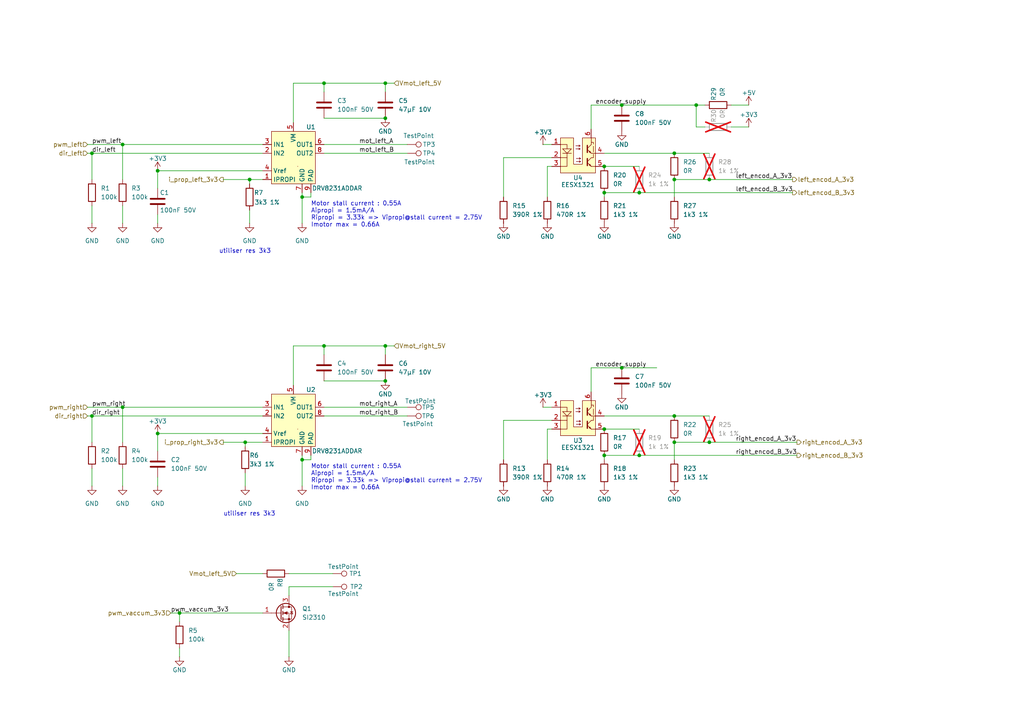
<source format=kicad_sch>
(kicad_sch (version 20231120) (generator "eeschema") (generator_version "8.0")
  (paper "A4")
  (lib_symbols
    (symbol "cocotter_capacitors:C_100nF_50V_0603" (pin_numbers hide) (pin_names (offset 0.254))
      (property "Reference" "C" (at 0.635 2.54 0))
      (property "Value" "100nF 50V" (at 0.635 -2.54 0))
      (symbol "C_100nF_50V_0603_0_1"
        (polyline (pts (xy -2.032 -0.762) (xy 2.032 -0.762)) (stroke (width 0.508)))
        (polyline (pts (xy -2.032 0.762) (xy 2.032 0.762)) (stroke (width 0.508)))
      )
      (symbol "C_100nF_50V_0603_1_1"
        (pin passive line (at 0 3.81 270) (length 2.794) (name "~") (number "1"))
        (pin passive line (at 0 -3.81 90) (length 2.794) (name "~") (number "2"))
      )
    )
    (symbol "cocotter_capacitors:C_47µF_10V_1206_X5R" (pin_numbers hide) (pin_names (offset 0.254))
      (property "Reference" "C" (at 0.635 2.54 0))
      (property "Value" "47µF 10V" (at 0.635 -2.54 0))
      (symbol "C_47µF_10V_1206_X5R_0_1"
        (polyline (pts (xy -2.032 -0.762) (xy 2.032 -0.762)) (stroke (width 0.508)))
        (polyline (pts (xy -2.032 0.762) (xy 2.032 0.762)) (stroke (width 0.508)))
      )
      (symbol "C_47µF_10V_1206_X5R_1_1"
        (pin passive line (at 0 3.81 270) (length 2.794) (name "~") (number "1"))
        (pin passive line (at 0 -3.81 90) (length 2.794) (name "~") (number "2"))
      )
    )
    (symbol "cocotter_ic:DRV8231ADDAR"
      (property "Reference" "U" (at 5.08 10.16 0))
      (property "Value" "DRV8231ADDAR" (at 12.7 -7.62 0))
      (symbol "DRV8231ADDAR_0_1"
        (rectangle (start 1.27 -1.27) (end 1.27 -1.27))
        (rectangle (start 1.27 -1.27) (end 1.27 -1.27))
      )
      (symbol "DRV8231ADDAR_1_1"
        (rectangle (start -6.35 8.89) (end 6.35 -6.35) (fill (type background)))
        (pin output line (at -8.89 -5.08 0) (length 2.54) (name "IPROPI") (number "1"))
        (pin input line (at -8.89 2.54 0) (length 2.54) (name "IN2") (number "2"))
        (pin input line (at -8.89 5.08 0) (length 2.54) (name "IN1") (number "3"))
        (pin input line (at -8.89 -2.54 0) (length 2.54) (name "Vref") (number "4"))
        (pin passive line (at 0 11.43 270) (length 2.54) (name "VM") (number "5"))
        (pin output line (at 8.89 5.08 180) (length 2.54) (name "OUT1") (number "6"))
        (pin passive line (at 2.54 -8.89 90) (length 2.54) (name "GND") (number "7"))
        (pin output line (at 8.89 2.54 180) (length 2.54) (name "OUT2") (number "8"))
        (pin passive line (at 5.08 -8.89 90) (length 2.54) (name "PAD") (number "9"))
      )
    )
    (symbol "cocotter_ic:EESX1321" (pin_names hide)
      (property "Reference" "U" (at -4.318 6.604 0))
      (symbol "EESX1321_0_1"
        (polyline (pts (xy 2.7096 -1.4131) (xy 3.8526 -2.5561)))
        (polyline (pts (xy 2.7096 -1.1591) (xy 3.8526 -0.0161)))
        (polyline (pts (xy 2.7096 2.3969) (xy 3.8526 1.2539)))
        (polyline (pts (xy 2.7096 2.6509) (xy 3.8526 3.7939)))
        (polyline (pts (xy 2.7096 -0.2701) (xy 2.7096 -2.3021) (xy 2.7096 -2.3021)) (stroke (width 0.3556)))
        (polyline (pts (xy 2.7096 3.5399) (xy 2.7096 1.5079) (xy 2.7096 1.5079)) (stroke (width 0.3556)))
        (polyline (pts (xy 3.8526 -2.5561) (xy 3.8526 -2.5561) (xy 5.1226 -2.5561)))
        (polyline (pts (xy 3.8526 1.2539) (xy 3.8526 1.2539) (xy 5.1226 1.2539)))
        (polyline (pts (xy 3.8526 3.7939) (xy 3.8542 5.6953) (xy 3.8526 5.0639)))
        (polyline (pts (xy 3.7256 -2.4291) (xy 3.4716 -1.9211) (xy 3.2176 -2.1751) (xy 3.7256 -2.4291)))
        (polyline (pts (xy 3.7256 1.3809) (xy 3.4716 1.8889) (xy 3.2176 1.6349) (xy 3.7256 1.3809)))
      )
      (symbol "EESX1321_1_1"
        (polyline (pts (xy -4.445 1.27) (xy -1.905 1.27)))
        (polyline (pts (xy 0.635 2.54) (xy 0.254 2.286)))
        (polyline (pts (xy 0.635 3.429) (xy 0.254 3.175)))
        (polyline (pts (xy 0.762 -1.143) (xy 0.381 -1.397)))
        (polyline (pts (xy 0.762 -0.254) (xy 0.381 -0.508)))
        (polyline (pts (xy -3.175 0) (xy -3.175 -2.54) (xy -5.08 -2.54)))
        (polyline (pts (xy -3.175 1.27) (xy -3.1736 0.0001) (xy -5.08 0)))
        (polyline (pts (xy -3.175 2.54) (xy -3.175 3.81) (xy -5.08 3.81)))
        (polyline (pts (xy -4.445 2.54) (xy -3.175 1.27) (xy -1.905 2.54) (xy -4.445 2.54)))
        (polyline (pts (xy -0.635 2.54) (xy 0.635 2.54) (xy 0.254 2.794) (xy 0.635 2.54)))
        (polyline (pts (xy -0.635 3.429) (xy 0.635 3.429) (xy 0.254 3.683) (xy 0.635 3.429)))
        (polyline (pts (xy -0.508 -1.143) (xy 0.762 -1.143) (xy 0.381 -0.889) (xy 0.762 -1.143)))
        (polyline (pts (xy -0.508 -0.254) (xy 0.762 -0.254) (xy 0.381 0) (xy 0.762 -0.254)))
        (polyline (pts (xy 3.8526 -0.0161) (xy 4.4876 -0.0161) (xy 4.4876 4.4289) (xy 3.8526 4.4289)) (stroke (width 0) (type dash)))
        (polyline (pts (xy -5.08 5.715) (xy -1.27 5.715) (xy -1.27 -1.905) (xy 1.27 -1.905) (xy 1.27 5.715) (xy 5.08 5.715) (xy 5.08 -4.445) (xy -5.08 -4.445) (xy -5.08 5.715) (xy -5.08 5.715)) (fill (type background)))
        (pin input line (at -7.62 3.81 0) (length 2.54) (name "A") (number "1"))
        (pin free line (at -7.62 0 0) (length 2.54) (name "C1") (number "2"))
        (pin free line (at -7.62 -2.54 0) (length 2.54) (name "C2") (number "3"))
        (pin open_emitter line (at 7.62 1.27 180) (length 2.54) (name "E1") (number "4"))
        (pin open_emitter line (at 7.62 -2.54 180) (length 2.54) (name "E2") (number "5"))
        (pin power_in line (at 3.81 8.255 270) (length 2.54) (name "C") (number "6"))
      )
    )
    (symbol "cocotter_others:TestPoint" (pin_numbers hide) (pin_names (offset 0.762) hide) (in_bom no)
      (property "Reference" "TP" (at 0 6.858 0))
      (property "Value" "TestPoint" (at 0 5.08 0))
      (symbol "TestPoint_0_1"
        (circle (center 0 3.302) (radius 0.762))
      )
      (symbol "TestPoint_1_1"
        (pin passive line (at 0 0 90) (length 2.54) (name "1") (number "1"))
      )
    )
    (symbol "cocotter_resistors:R_0R_0603" (pin_numbers hide) (pin_names (offset 0))
      (property "Reference" "R" (at 1.27 1.27 0))
      (property "Value" "0R" (at 3.81 -1.27 0))
      (symbol "R_0R_0603_0_1"
        (rectangle (start -1.016 -2.54) (end 1.016 2.54) (stroke (width 0.254)))
      )
      (symbol "R_0R_0603_1_1"
        (pin passive line (at 0 3.81 270) (length 1.27) (name "~") (number "1"))
        (pin passive line (at 0 -3.81 90) (length 1.27) (name "~") (number "2"))
      )
    )
    (symbol "cocotter_resistors:R_100k_0603_1%" (pin_numbers hide) (pin_names (offset 0))
      (property "Reference" "R" (at 1.27 1.27 0))
      (property "Value" "100k" (at 3.81 -1.27 0))
      (symbol "R_100k_0603_1%_0_1"
        (rectangle (start -1.016 -2.54) (end 1.016 2.54) (stroke (width 0.254)))
      )
      (symbol "R_100k_0603_1%_1_1"
        (pin passive line (at 0 3.81 270) (length 1.27) (name "~") (number "1"))
        (pin passive line (at 0 -3.81 90) (length 1.27) (name "~") (number "2"))
      )
    )
    (symbol "cocotter_resistors:R_1k3_0603_1%" (pin_numbers hide) (pin_names (offset 0))
      (property "Reference" "R" (at 1.27 1.27 0))
      (property "Value" "1k3 1%" (at 5.08 -1.27 0))
      (symbol "R_1k3_0603_1%_0_1"
        (rectangle (start -1.016 -2.54) (end 1.016 2.54) (stroke (width 0.254)))
      )
      (symbol "R_1k3_0603_1%_1_1"
        (pin passive line (at 0 3.81 270) (length 1.27) (name "~") (number "1"))
        (pin passive line (at 0 -3.81 90) (length 1.27) (name "~") (number "2"))
      )
    )
    (symbol "cocotter_resistors:R_1k_0603_1%" (pin_numbers hide) (pin_names (offset 0))
      (property "Reference" "R" (at 1.27 1.27 0))
      (property "Value" "1k 1%" (at 3.81 -1.27 0))
      (symbol "R_1k_0603_1%_0_1"
        (rectangle (start -1.016 -2.54) (end 1.016 2.54) (stroke (width 0.254)))
      )
      (symbol "R_1k_0603_1%_1_1"
        (pin passive line (at 0 3.81 270) (length 1.27) (name "~") (number "1"))
        (pin passive line (at 0 -3.81 90) (length 1.27) (name "~") (number "2"))
      )
    )
    (symbol "cocotter_resistors:R_390R_0603_1%" (pin_numbers hide) (pin_names (offset 0))
      (property "Reference" "R" (at 1.27 1.27 0))
      (property "Value" "390R 1%" (at 5.08 -1.27 0))
      (symbol "R_390R_0603_1%_0_1"
        (rectangle (start -1.016 -2.54) (end 1.016 2.54) (stroke (width 0.254)))
      )
      (symbol "R_390R_0603_1%_1_1"
        (pin passive line (at 0 3.81 270) (length 1.27) (name "~") (number "1"))
        (pin passive line (at 0 -3.81 90) (length 1.27) (name "~") (number "2"))
      )
    )
    (symbol "cocotter_resistors:R_3k3_0603_1%" (pin_numbers hide) (pin_names (offset 0))
      (property "Reference" "R" (at 1.27 1.27 0))
      (property "Value" "3k3 1%" (at 3.81 -1.27 0))
      (symbol "R_3k3_0603_1%_0_1"
        (rectangle (start -1.016 -2.54) (end 1.016 2.54) (stroke (width 0.254)))
      )
      (symbol "R_3k3_0603_1%_1_1"
        (pin passive line (at 0 3.81 270) (length 1.27) (name "~") (number "1"))
        (pin passive line (at 0 -3.81 90) (length 1.27) (name "~") (number "2"))
      )
    )
    (symbol "cocotter_resistors:R_470R_0603_1%" (pin_numbers hide) (pin_names (offset 0))
      (property "Reference" "R" (at 1.27 1.27 0))
      (property "Value" "470R 1%" (at 5.08 -1.27 0))
      (symbol "R_470R_0603_1%_0_1"
        (rectangle (start -1.016 -2.54) (end 1.016 2.54) (stroke (width 0.254)))
      )
      (symbol "R_470R_0603_1%_1_1"
        (pin passive line (at 0 3.81 270) (length 1.27) (name "~") (number "1"))
        (pin passive line (at 0 -3.81 90) (length 1.27) (name "~") (number "2"))
      )
    )
    (symbol "cocotter_transistors:SI2310" (pin_names (offset 0) hide)
      (property "Reference" "Q" (at 3.556 2.286 0))
      (property "Value" "SI2310" (at 4.572 -4.064 0))
      (symbol "SI2310_0_1"
        (circle (center -0.889 0) (radius 2.794) (stroke (width 0.254)))
        (circle (center 0 -1.778) (radius 0.254) (fill (type outline)))
        (polyline (pts (xy -2.286 0) (xy -5.08 0)))
        (polyline (pts (xy -2.286 1.905) (xy -2.286 -1.905)) (stroke (width 0.254)))
        (polyline (pts (xy -1.778 -1.27) (xy -1.778 -2.286)) (stroke (width 0.254)))
        (polyline (pts (xy -1.778 0.508) (xy -1.778 -0.508)) (stroke (width 0.254)))
        (polyline (pts (xy -1.778 2.286) (xy -1.778 1.27)) (stroke (width 0.254)))
        (polyline (pts (xy 0 2.54) (xy 0 1.778)))
        (polyline (pts (xy 0.381 0.381) (xy 1.143 0.381)))
        (polyline (pts (xy 0 -2.54) (xy 0 0) (xy -1.778 0)))
        (polyline (pts (xy -1.778 -1.778) (xy 0.762 -1.778) (xy 0.762 1.778) (xy -1.778 1.778)))
        (polyline (pts (xy -1.524 0) (xy -0.508 0.381) (xy -0.508 -0.381) (xy -1.524 0)) (fill (type outline)))
        (polyline (pts (xy 0.762 0.381) (xy 0.381 -0.254) (xy 1.143 -0.254) (xy 0.762 0.381)))
        (circle (center 0 1.778) (radius 0.254) (fill (type outline)))
      )
      (symbol "SI2310_1_1"
        (pin input line (at -7.62 0 0) (length 2.54) (name "G") (number "1"))
        (pin passive line (at 0 -5.08 90) (length 2.54) (name "S") (number "2"))
        (pin passive line (at 0 5.08 270) (length 2.54) (name "D") (number "3"))
      )
    )
    (symbol "power:+3V3" (power) (pin_numbers hide) (pin_names (offset 0) hide)
      (property "Value" "+3V3" (at 0 3.556 0))
      (symbol "+3V3_0_1"
        (polyline (pts (xy -0.762 1.27) (xy 0 2.54)))
        (polyline (pts (xy 0 0) (xy 0 2.54)))
        (polyline (pts (xy 0 2.54) (xy 0.762 1.27)))
      )
      (symbol "+3V3_1_1"
        (pin power_in line (at 0 0 90) (length 0) (name "~") (number "1"))
      )
    )
    (symbol "power:+5V" (power) (pin_numbers hide) (pin_names (offset 0) hide)
      (property "Value" "+5V" (at 0 3.556 0))
      (symbol "+5V_0_1"
        (polyline (pts (xy -0.762 1.27) (xy 0 2.54)))
        (polyline (pts (xy 0 0) (xy 0 2.54)))
        (polyline (pts (xy 0 2.54) (xy 0.762 1.27)))
      )
      (symbol "+5V_1_1"
        (pin power_in line (at 0 0 90) (length 0) (name "~") (number "1"))
      )
    )
    (symbol "power:GND" (power) (pin_numbers hide) (pin_names (offset 0) hide)
      (property "Value" "GND" (at 0 -3.81 0))
      (symbol "GND_0_1"
        (polyline (pts (xy 0 0) (xy 0 -1.27) (xy 1.27 -1.27) (xy 0 -2.54) (xy -1.27 -1.27) (xy 0 -1.27)))
      )
      (symbol "GND_1_1"
        (pin power_in line (at 0 0 270) (length 0) (name "~") (number "1"))
      )
    )
  )
  (junction (at 175.26 55.88))
  (junction (at 87.63 133.35))
  (junction (at 175.26 132.08))
  (junction (at 87.63 57.15))
  (junction (at 35.56 118.11))
  (junction (at 45.72 49.53))
  (junction (at 71.12 128.27))
  (junction (at 180.34 30.48))
  (junction (at 26.67 44.45))
  (junction (at 185.42 132.08))
  (junction (at 195.58 120.65))
  (junction (at 195.58 128.27))
  (junction (at 35.56 41.91))
  (junction (at 205.74 52.07))
  (junction (at 201.93 30.48))
  (junction (at 111.76 100.33))
  (junction (at 180.34 106.68))
  (junction (at 185.42 55.88))
  (junction (at 93.98 100.33))
  (junction (at 111.76 110.49))
  (junction (at 52.07 177.8))
  (junction (at 195.58 52.07))
  (junction (at 45.72 125.73))
  (junction (at 205.74 128.27))
  (junction (at 26.67 120.65))
  (junction (at 72.39 52.07))
  (junction (at 93.98 24.13))
  (junction (at 195.58 44.45))
  (junction (at 111.76 24.13))
  (junction (at 111.76 34.29))
  (junction (at 175.26 48.26))
  (junction (at 175.26 124.46))
  (wire (pts (xy 72.39 52.07) (xy 76.2 52.07)))
  (wire (pts (xy 25.4 44.45) (xy 26.67 44.45)))
  (wire (pts (xy 160.02 48.26) (xy 158.75 48.26)))
  (wire (pts (xy 87.63 133.35) (xy 87.63 132.08)))
  (wire (pts (xy 93.98 34.29) (xy 111.76 34.29)))
  (wire (pts (xy 83.82 166.37) (xy 96.52 166.37)))
  (wire (pts (xy 93.98 120.65) (xy 118.11 120.65)))
  (wire (pts (xy 71.12 137.16) (xy 71.12 140.97)))
  (wire (pts (xy 93.98 110.49) (xy 111.76 110.49)))
  (wire (pts (xy 26.67 44.45) (xy 26.67 52.07)))
  (wire (pts (xy 25.4 118.11) (xy 35.56 118.11)))
  (wire (pts (xy 205.74 128.27) (xy 231.14 128.27)))
  (wire (pts (xy 71.12 128.27) (xy 76.2 128.27)))
  (wire (pts (xy 35.56 59.69) (xy 35.56 64.77)))
  (wire (pts (xy 87.63 57.15) (xy 87.63 55.88)))
  (wire (pts (xy 83.82 182.88) (xy 83.82 190.5)))
  (wire (pts (xy 93.98 100.33) (xy 93.98 102.87)))
  (wire (pts (xy 175.26 124.46) (xy 185.42 124.46)))
  (wire (pts (xy 175.26 44.45) (xy 195.58 44.45)))
  (wire (pts (xy 93.98 100.33) (xy 111.76 100.33)))
  (wire (pts (xy 195.58 120.65) (xy 205.74 120.65)))
  (wire (pts (xy 175.26 132.08) (xy 185.42 132.08)))
  (wire (pts (xy 185.42 55.88) (xy 229.87 55.88)))
  (wire (pts (xy 158.75 48.26) (xy 158.75 57.15)))
  (wire (pts (xy 204.47 36.83) (xy 201.93 36.83)))
  (wire (pts (xy 49.53 177.8) (xy 52.07 177.8)))
  (wire (pts (xy 87.63 133.35) (xy 90.17 133.35)))
  (wire (pts (xy 111.76 24.13) (xy 111.76 26.67)))
  (wire (pts (xy 45.72 125.73) (xy 76.2 125.73)))
  (wire (pts (xy 87.63 64.77) (xy 87.63 57.15)))
  (wire (pts (xy 171.45 106.68) (xy 180.34 106.68)))
  (wire (pts (xy 52.07 180.34) (xy 52.07 177.8)))
  (wire (pts (xy 52.07 187.96) (xy 52.07 190.5)))
  (wire (pts (xy 201.93 30.48) (xy 204.47 30.48)))
  (wire (pts (xy 175.26 57.15) (xy 175.26 55.88)))
  (wire (pts (xy 68.58 166.37) (xy 76.2 166.37)))
  (wire (pts (xy 201.93 36.83) (xy 201.93 30.48)))
  (wire (pts (xy 171.45 30.48) (xy 180.34 30.48)))
  (wire (pts (xy 146.05 121.92) (xy 146.05 133.35)))
  (wire (pts (xy 71.12 128.27) (xy 71.12 129.54)))
  (wire (pts (xy 111.76 24.13) (xy 93.98 24.13)))
  (wire (pts (xy 157.48 41.91) (xy 160.02 41.91)))
  (wire (pts (xy 175.26 55.88) (xy 185.42 55.88)))
  (wire (pts (xy 93.98 41.91) (xy 118.11 41.91)))
  (wire (pts (xy 64.77 128.27) (xy 71.12 128.27)))
  (wire (pts (xy 93.98 24.13) (xy 93.98 26.67)))
  (wire (pts (xy 87.63 57.15) (xy 90.17 57.15)))
  (wire (pts (xy 26.67 59.69) (xy 26.67 64.77)))
  (wire (pts (xy 217.17 30.48) (xy 212.09 30.48)))
  (wire (pts (xy 90.17 55.88) (xy 90.17 57.15)))
  (wire (pts (xy 111.76 24.13) (xy 114.3 24.13)))
  (wire (pts (xy 93.98 44.45) (xy 118.11 44.45)))
  (wire (pts (xy 72.39 52.07) (xy 72.39 53.34)))
  (wire (pts (xy 85.09 111.76) (xy 85.09 100.33)))
  (wire (pts (xy 35.56 118.11) (xy 76.2 118.11)))
  (wire (pts (xy 90.17 132.08) (xy 90.17 133.35)))
  (wire (pts (xy 35.56 118.11) (xy 35.56 128.27)))
  (wire (pts (xy 85.09 35.56) (xy 85.09 24.13)))
  (wire (pts (xy 52.07 177.8) (xy 76.2 177.8)))
  (wire (pts (xy 146.05 45.72) (xy 146.05 57.15)))
  (wire (pts (xy 35.56 41.91) (xy 76.2 41.91)))
  (wire (pts (xy 160.02 124.46) (xy 158.75 124.46)))
  (wire (pts (xy 157.48 118.11) (xy 160.02 118.11)))
  (wire (pts (xy 158.75 124.46) (xy 158.75 133.35)))
  (wire (pts (xy 45.72 49.53) (xy 45.72 54.61)))
  (wire (pts (xy 85.09 100.33) (xy 93.98 100.33)))
  (wire (pts (xy 45.72 140.97) (xy 45.72 138.43)))
  (wire (pts (xy 217.17 36.83) (xy 212.09 36.83)))
  (wire (pts (xy 180.34 30.48) (xy 201.93 30.48)))
  (wire (pts (xy 146.05 45.72) (xy 160.02 45.72)))
  (wire (pts (xy 35.56 135.89) (xy 35.56 140.97)))
  (wire (pts (xy 26.67 44.45) (xy 76.2 44.45)))
  (wire (pts (xy 111.76 100.33) (xy 111.76 102.87)))
  (wire (pts (xy 85.09 24.13) (xy 93.98 24.13)))
  (wire (pts (xy 146.05 121.92) (xy 160.02 121.92)))
  (wire (pts (xy 195.58 128.27) (xy 205.74 128.27)))
  (wire (pts (xy 171.45 30.48) (xy 171.45 37.465)))
  (wire (pts (xy 26.67 120.65) (xy 26.67 128.27)))
  (wire (pts (xy 180.34 106.68) (xy 190.5 106.68)))
  (wire (pts (xy 111.76 100.33) (xy 114.3 100.33)))
  (wire (pts (xy 35.56 41.91) (xy 35.56 52.07)))
  (wire (pts (xy 45.72 49.53) (xy 76.2 49.53)))
  (wire (pts (xy 83.82 172.72) (xy 83.82 170.18)))
  (wire (pts (xy 185.42 132.08) (xy 231.14 132.08)))
  (wire (pts (xy 175.26 120.65) (xy 195.58 120.65)))
  (wire (pts (xy 171.45 106.68) (xy 171.45 113.665)))
  (wire (pts (xy 205.74 52.07) (xy 229.87 52.07)))
  (wire (pts (xy 26.67 135.89) (xy 26.67 140.97)))
  (wire (pts (xy 175.26 133.35) (xy 175.26 132.08)))
  (wire (pts (xy 25.4 120.65) (xy 26.67 120.65)))
  (wire (pts (xy 195.58 52.07) (xy 205.74 52.07)))
  (wire (pts (xy 64.77 52.07) (xy 72.39 52.07)))
  (wire (pts (xy 195.58 44.45) (xy 205.74 44.45)))
  (wire (pts (xy 195.58 52.07) (xy 195.58 57.15)))
  (wire (pts (xy 25.4 41.91) (xy 35.56 41.91)))
  (wire (pts (xy 45.72 64.77) (xy 45.72 62.23)))
  (wire (pts (xy 87.63 140.97) (xy 87.63 133.35)))
  (wire (pts (xy 195.58 128.27) (xy 195.58 133.35)))
  (wire (pts (xy 72.39 60.96) (xy 72.39 64.77)))
  (wire (pts (xy 175.26 48.26) (xy 185.42 48.26)))
  (wire (pts (xy 26.67 120.65) (xy 76.2 120.65)))
  (wire (pts (xy 93.98 118.11) (xy 118.11 118.11)))
  (wire (pts (xy 83.82 170.18) (xy 96.52 170.18)))
  (wire (pts (xy 45.72 125.73) (xy 45.72 130.81)))
  (text "utiliser res 3k3" (at 63.5 73.66 0) (effects (font (size 1.27 1.27)) (justify left bottom)))
  (text "utiliser res 3k3" (at 64.77 149.86 0) (effects (font (size 1.27 1.27)) (justify left bottom)))
  (text "Motor stall current : 0.55A\nAipropi = 1.5mA/A\nRipropi = 3.33k => Vipropi@stall current = 2.75V\nImotor max = 0.66A" (at 90.17 66.04 0) (effects (font (size 1.27 1.27)) (justify left bottom)))
  (text "pilotage du moteur par pwm et mos ref jlcpcb C2938374\nremplacement translateurs niveau par eesx1321" (at 41.91 215.9 0) (effects (font (size 1.27 1.27)) (justify left bottom)))
  (text "Motor stall current : 0.55A\nAipropi = 1.5mA/A\nRipropi = 3.33k => Vipropi@stall current = 2.75V\nImotor max = 0.66A" (at 90.17 142.24 0) (effects (font (size 1.27 1.27)) (justify left bottom)))
  (label "pwm_right" (at 26.67 118.11 0))
  (label "mot_left_A" (at 104.14 41.91 0))
  (label "dir_left" (at 26.67 44.45 0))
  (label "right_encod_A_3v3" (at 213.36 128.27 0))
  (label "right_encod_B_3v3" (at 213.36 132.08 0))
  (label "left_encod_A_3v3" (at 213.36 52.07 0))
  (label "left_encod_B_3v3" (at 213.36 55.88 0))
  (label "dir_right" (at 26.67 120.65 0))
  (label "encoder_supply" (at 172.72 30.48 0))
  (label "mot_right_B" (at 104.14 120.65 0))
  (label "pwm_left" (at 26.67 41.91 0))
  (label "encoder_supply" (at 172.72 106.68 0))
  (label "mot_right_A" (at 104.14 118.11 0))
  (label "mot_left_B" (at 104.14 44.45 0))
  (label "pwm_vaccum_3v3" (at 49.53 177.8 0))
  (hierarchical_label "right_encod_B_3v3" (shape output) (at 231.14 132.08 0))
  (hierarchical_label "right_encod_A_3v3" (shape output) (at 231.14 128.27 0))
  (hierarchical_label "left_encod_A_3v3" (shape output) (at 229.87 52.07 0))
  (hierarchical_label "Vmot_right_5V" (shape input) (at 114.3 100.33 0))
  (hierarchical_label "Vmot_left_5V" (shape input) (at 68.58 166.37 180))
  (hierarchical_label "left_encod_B_3v3" (shape output) (at 229.87 55.88 0))
  (hierarchical_label "pwm_left" (shape input) (at 25.4 41.91 180))
  (hierarchical_label "i_prop_right_3v3" (shape output) (at 64.77 128.27 180))
  (hierarchical_label "i_prop_left_3v3" (shape output) (at 64.77 52.07 180))
  (hierarchical_label "Vmot_left_5V" (shape input) (at 114.3 24.13 0))
  (hierarchical_label "dir_right" (shape input) (at 25.4 120.65 180))
  (hierarchical_label "pwm_right" (shape input) (at 25.4 118.11 180))
  (hierarchical_label "dir_left" (shape input) (at 25.4 44.45 180))
  (hierarchical_label "pwm_vaccum_3v3" (shape input) (at 49.53 177.8 180))
  (symbol (lib_id "cocotter_resistors:R_470R_0603_1%") (at 158.75 137.16 0) (unit 1)
    (property "Reference" "R14" (at 161.29 135.8899 0) (effects (justify left)))
    (property "Value" "470R 1%" (at 161.29 138.4299 0) (effects (justify left)))
    (property "Footprint" "cocotter_resistor:r0603_reflow" (effects (hide yes)))
    (property "Description" "Resistor" (effects (hide yes)))
    (property "Specification" "470R 0603 1% 100mW" (effects (hide yes)))
    (property "JLCPCB" "C23179" (effects (hide yes)))
  )
  (symbol (lib_id "power:+3V3") (at 45.72 125.73 0) (unit 1)
    (property "Reference" "#PWR026" (effects (hide yes)))
    (property "Value" "+3V3" (at 45.72 122.174 0))
    (property "Description" "Power symbol creates a global label with name \"+3V3\"" (effects (hide yes)))
  )
  (symbol (lib_id "power:GND") (at 72.39 64.77 0) (unit 1)
    (property "Reference" "#PWR0123" (effects (hide yes)))
    (property "Value" "GND" (at 72.39 69.85 0))
    (property "Description" "Power symbol creates a global label with name \"GND\" , ground" (effects (hide yes)))
  )
  (symbol (lib_id "cocotter_capacitors:C_100nF_50V_0603") (at 45.72 58.42 0) (unit 1)
    (property "Reference" "C1" (at 46.355 55.88 0) (effects (justify left)))
    (property "Value" "100nF 50V" (at 46.355 60.96 0) (effects (justify left)))
    (property "Footprint" "cocotter_capacitors:C_0603_1608Metric" (effects (hide yes)))
    (property "Description" "Unpolarized capacitor tol +/-10%" (effects (hide yes)))
    (property "Specification" "100nF 50V X7R 0603 " (effects (hide yes)))
    (property "JLCPCB" "C14663" (effects (hide yes)))
  )
  (symbol (lib_id "cocotter_resistors:R_1k_0603_1%") (at 205.74 124.46 0) (unit 1) (dnp yes)
    (property "Reference" "R25" (at 208.28 123.1899 0) (effects (justify left)))
    (property "Value" "1k 1%" (at 208.28 125.7299 0) (effects (justify left)))
    (property "Footprint" "cocotter_resistor:r0603_reflow" (effects (hide yes)))
    (property "Description" "Resistor" (effects (hide yes)))
    (property "Specification" "10k 0603 1% 100mW" (effects (hide yes)))
    (property "mouser" "603-RC0603FR-10100KL" (effects (hide yes)))
    (property "JLCPCB" "C21190" (effects (hide yes)))
  )
  (symbol (lib_id "cocotter_others:TestPoint") (at 118.11 118.11 270) (unit 1) (in_bom no)
    (property "Reference" "TP5" (at 124.206 118.11 90))
    (property "Value" "TestPoint" (at 121.92 116.332 90))
    (property "Footprint" "cocotter_others:testpoint-THT-0.5mm" (effects (hide yes)))
    (property "Description" "test point" (effects (hide yes)))
  )
  (symbol (lib_id "power:GND") (at 87.63 140.97 0) (unit 1)
    (property "Reference" "#PWR0126" (effects (hide yes)))
    (property "Value" "GND" (at 87.63 146.05 0))
    (property "Description" "Power symbol creates a global label with name \"GND\" , ground" (effects (hide yes)))
  )
  (symbol (lib_id "cocotter_resistors:R_0R_0603") (at 175.26 128.27 0) (unit 1)
    (property "Reference" "R17" (at 177.8 126.9999 0) (effects (justify left)))
    (property "Value" "0R" (at 177.8 129.5399 0) (effects (justify left)))
    (property "Footprint" "cocotter_resistor:r0603_reflow" (effects (hide yes)))
    (property "Description" "Resistor" (effects (hide yes)))
    (property "Specification" "0R 0603 20mOhms max 100mW" (effects (hide yes)))
    (property "JLCPCB" "C431718" (effects (hide yes)))
  )
  (symbol (lib_id "power:+3V3") (at 45.72 49.53 0) (unit 1)
    (property "Reference" "#PWR027" (effects (hide yes)))
    (property "Value" "+3V3" (at 45.72 45.974 0))
    (property "Description" "Power symbol creates a global label with name \"+3V3\"" (effects (hide yes)))
  )
  (symbol (lib_id "cocotter_resistors:R_1k_0603_1%") (at 185.42 128.27 0) (unit 1) (dnp yes)
    (property "Reference" "R19" (at 187.96 126.9999 0) (effects (justify left)))
    (property "Value" "1k 1%" (at 187.96 129.5399 0) (effects (justify left)))
    (property "Footprint" "cocotter_resistor:r0603_reflow" (effects (hide yes)))
    (property "Description" "Resistor" (effects (hide yes)))
    (property "Specification" "10k 0603 1% 100mW" (effects (hide yes)))
    (property "mouser" "603-RC0603FR-10100KL" (effects (hide yes)))
    (property "JLCPCB" "C21190" (effects (hide yes)))
  )
  (symbol (lib_id "power:GND") (at 195.58 140.97 0) (unit 1)
    (property "Reference" "#PWR0107" (effects (hide yes)))
    (property "Value" "GND" (at 195.58 144.78 0))
    (property "Description" "Power symbol creates a global label with name \"GND\" , ground" (effects (hide yes)))
  )
  (symbol (lib_id "power:+3V3") (at 157.48 41.91 0) (unit 1)
    (property "Reference" "#PWR028" (effects (hide yes)))
    (property "Value" "+3V3" (at 157.48 38.354 0))
    (property "Description" "Power symbol creates a global label with name \"+3V3\"" (effects (hide yes)))
  )
  (symbol (lib_id "cocotter_resistors:R_100k_0603_1%") (at 52.07 184.15 0) (unit 1)
    (property "Reference" "R5" (at 54.61 182.8799 0) (effects (justify left)))
    (property "Value" "100k" (at 54.61 185.4199 0) (effects (justify left)))
    (property "Footprint" "cocotter_resistor:r0603_reflow" (effects (hide yes)))
    (property "Description" "Resistor" (effects (hide yes)))
    (property "Specification" "100k 0603 1% 100mW" (effects (hide yes)))
    (property "mouser" "603-RC0603FR-10100KL" (effects (hide yes)))
    (property "JLCPCB" "C25803" (effects (hide yes)))
  )
  (symbol (lib_id "power:GND") (at 175.26 64.77 0) (unit 1)
    (property "Reference" "#PWR0110" (effects (hide yes)))
    (property "Value" "GND" (at 175.26 68.58 0))
    (property "Description" "Power symbol creates a global label with name \"GND\" , ground" (effects (hide yes)))
  )
  (symbol (lib_id "cocotter_resistors:R_0R_0603") (at 195.58 48.26 0) (unit 1)
    (property "Reference" "R26" (at 198.12 46.9899 0) (effects (justify left)))
    (property "Value" "0R" (at 198.12 49.5299 0) (effects (justify left)))
    (property "Footprint" "cocotter_resistor:r0603_reflow" (effects (hide yes)))
    (property "Description" "Resistor" (effects (hide yes)))
    (property "Specification" "0R 0603 20mOhms max 100mW" (effects (hide yes)))
    (property "JLCPCB" "C431718" (effects (hide yes)))
  )
  (symbol (lib_id "cocotter_capacitors:C_100nF_50V_0603") (at 93.98 30.48 0) (unit 1)
    (property "Reference" "C3" (at 97.79 29.2099 0) (effects (justify left)))
    (property "Value" "100nF 50V" (at 97.79 31.7499 0) (effects (justify left)))
    (property "Footprint" "cocotter_capacitors:C_0603_1608Metric" (effects (hide yes)))
    (property "Description" "Unpolarized capacitor tol +/-10%" (effects (hide yes)))
    (property "Specification" "100nF 50V X7R 0603 " (effects (hide yes)))
    (property "JLCPCB" "C14663" (effects (hide yes)))
  )
  (symbol (lib_id "power:+3V3") (at 217.17 36.83 0) (unit 1)
    (property "Reference" "#PWR030" (effects (hide yes)))
    (property "Value" "+3V3" (at 217.17 33.274 0))
    (property "Description" "Power symbol creates a global label with name \"+3V3\"" (effects (hide yes)))
  )
  (symbol (lib_id "cocotter_transistors:SI2310") (at 83.82 177.8 0) (unit 1)
    (property "Reference" "Q1" (at 87.63 176.5299 0) (effects (justify left)))
    (property "Value" "SI2310" (at 87.63 179.0699 0) (effects (justify left)))
    (property "Footprint" "cocotter_transistors:SOT-23-3" (effects (hide yes)))
    (property "JLCPCB" "C2938374" (effects (hide yes)))
  )
  (symbol (lib_id "cocotter_resistors:R_0R_0603") (at 175.26 52.07 0) (unit 1)
    (property "Reference" "R20" (at 177.8 50.7999 0) (effects (justify left)))
    (property "Value" "0R" (at 177.8 53.3399 0) (effects (justify left)))
    (property "Footprint" "cocotter_resistor:r0603_reflow" (effects (hide yes)))
    (property "Description" "Resistor" (effects (hide yes)))
    (property "Specification" "0R 0603 20mOhms max 100mW" (effects (hide yes)))
    (property "JLCPCB" "C431718" (effects (hide yes)))
  )
  (symbol (lib_id "cocotter_resistors:R_100k_0603_1%") (at 26.67 132.08 0) (unit 1)
    (property "Reference" "R2" (at 29.21 130.8099 0) (effects (justify left)))
    (property "Value" "100k" (at 29.21 133.3499 0) (effects (justify left)))
    (property "Footprint" "cocotter_resistor:r0603_reflow" (effects (hide yes)))
    (property "Description" "Resistor" (effects (hide yes)))
    (property "Specification" "100k 0603 1% 100mW" (effects (hide yes)))
    (property "mouser" "603-RC0603FR-10100KL" (effects (hide yes)))
    (property "JLCPCB" "C25803" (effects (hide yes)))
  )
  (symbol (lib_id "cocotter_resistors:R_0R_0603") (at 80.01 166.37 270) (unit 1)
    (property "Reference" "R8" (at 81.28 167.64 0) (effects (justify left)))
    (property "Value" "0R" (at 78.74 170.18 0))
    (property "Footprint" "cocotter_resistor:r0603_reflow" (effects (hide yes)))
    (property "Description" "Resistor" (effects (hide yes)))
    (property "Specification" "0R 0603 20mOhms max 100mW" (effects (hide yes)))
    (property "JLCPCB" "C431718" (effects (hide yes)))
  )
  (symbol (lib_id "cocotter_ic:DRV8231ADDAR") (at 85.09 46.99 0) (unit 1)
    (property "Reference" "U1" (at 90.17 36.83 0))
    (property "Value" "DRV8231ADDAR" (at 97.79 54.61 0))
    (property "Footprint" "cocotter_ic:DDA0008B" (effects (hide yes)))
    (property "JLCPCB" "C5218849" (effects (hide yes)))
  )
  (symbol (lib_id "cocotter_capacitors:C_100nF_50V_0603") (at 45.72 134.62 0) (unit 1)
    (property "Reference" "C2" (at 49.53 133.3499 0) (effects (justify left)))
    (property "Value" "100nF 50V" (at 49.53 135.8899 0) (effects (justify left)))
    (property "Footprint" "cocotter_capacitors:C_0603_1608Metric" (effects (hide yes)))
    (property "Description" "Unpolarized capacitor tol +/-10%" (effects (hide yes)))
    (property "Specification" "100nF 50V X7R 0603 " (effects (hide yes)))
    (property "JLCPCB" "C14663" (effects (hide yes)))
  )
  (symbol (lib_id "power:GND") (at 180.34 114.3 0) (unit 1)
    (property "Reference" "#PWR0114" (effects (hide yes)))
    (property "Value" "GND" (at 180.34 118.11 0))
    (property "Description" "Power symbol creates a global label with name \"GND\" , ground" (effects (hide yes)))
  )
  (symbol (lib_id "power:GND") (at 158.75 64.77 0) (unit 1)
    (property "Reference" "#PWR0101" (effects (hide yes)))
    (property "Value" "GND" (at 158.75 68.58 0))
    (property "Description" "Power symbol creates a global label with name \"GND\" , ground" (effects (hide yes)))
  )
  (symbol (lib_id "cocotter_resistors:R_1k_0603_1%") (at 185.42 52.07 0) (unit 1) (dnp yes)
    (property "Reference" "R24" (at 187.96 50.7999 0) (effects (justify left)))
    (property "Value" "1k 1%" (at 187.96 53.3399 0) (effects (justify left)))
    (property "Footprint" "cocotter_resistor:r0603_reflow" (effects (hide yes)))
    (property "Description" "Resistor" (effects (hide yes)))
    (property "Specification" "10k 0603 1% 100mW" (effects (hide yes)))
    (property "mouser" "603-RC0603FR-10100KL" (effects (hide yes)))
    (property "JLCPCB" "C21190" (effects (hide yes)))
  )
  (symbol (lib_id "power:GND") (at 26.67 64.77 0) (unit 1)
    (property "Reference" "#PWR0121" (effects (hide yes)))
    (property "Value" "GND" (at 26.67 69.85 0))
    (property "Description" "Power symbol creates a global label with name \"GND\" , ground" (effects (hide yes)))
  )
  (symbol (lib_id "cocotter_ic:EESX1321") (at 167.64 121.92 0) (unit 1)
    (property "Reference" "U3" (at 167.64 127.762 0))
    (property "Value" "EESX1321" (at 167.64 129.794 0))
    (property "Footprint" "cocotter_ic:EESX1321" (effects (hide yes)))
  )
  (symbol (lib_id "power:GND") (at 83.82 190.5 0) (unit 1)
    (property "Reference" "#PWR0128" (effects (hide yes)))
    (property "Value" "GND" (at 83.82 194.31 0))
    (property "Description" "Power symbol creates a global label with name \"GND\" , ground" (effects (hide yes)))
  )
  (symbol (lib_id "cocotter_resistors:R_1k3_0603_1%") (at 195.58 60.96 0) (unit 1)
    (property "Reference" "R27" (at 198.12 59.6899 0) (effects (justify left)))
    (property "Value" "1k3 1%" (at 198.12 62.2299 0) (effects (justify left)))
    (property "Footprint" "cocotter_resistor:r0603_reflow" (effects (hide yes)))
    (property "Description" "Resistor" (effects (hide yes)))
    (property "Specification" "1k3 0603 1% 100mW" (effects (hide yes)))
    (property "JLCPCB" "C22767" (effects (hide yes)))
  )
  (symbol (lib_id "cocotter_resistors:R_1k3_0603_1%") (at 195.58 137.16 0) (unit 1)
    (property "Reference" "R23" (at 198.12 135.8899 0) (effects (justify left)))
    (property "Value" "1k3 1%" (at 198.12 138.4299 0) (effects (justify left)))
    (property "Footprint" "cocotter_resistor:r0603_reflow" (effects (hide yes)))
    (property "Description" "Resistor" (effects (hide yes)))
    (property "Specification" "1k3 0603 1% 100mW" (effects (hide yes)))
    (property "JLCPCB" "C22767" (effects (hide yes)))
  )
  (symbol (lib_id "cocotter_capacitors:C_47µF_10V_1206_X5R") (at 111.76 30.48 0) (unit 1)
    (property "Reference" "C5" (at 115.57 29.21 0) (effects (justify left)))
    (property "Value" "47µF 10V" (at 115.57 31.75 0) (effects (justify left)))
    (property "Footprint" "cocotter_capacitors:C_1206_3216Metric" (effects (hide yes)))
    (property "Description" "Unpolarized capacitor" (effects (hide yes)))
    (property "Specification" "47µF 10V X5R 1206" (effects (hide yes)))
    (property "JLCPCB" "C96123" (effects (hide yes)))
  )
  (symbol (lib_id "cocotter_resistors:R_100k_0603_1%") (at 35.56 132.08 0) (unit 1)
    (property "Reference" "R4" (at 38.1 130.8099 0) (effects (justify left)))
    (property "Value" "100k" (at 38.1 133.3499 0) (effects (justify left)))
    (property "Footprint" "cocotter_resistor:r0603_reflow" (effects (hide yes)))
    (property "Description" "Resistor" (effects (hide yes)))
    (property "Specification" "100k 0603 1% 100mW" (effects (hide yes)))
    (property "mouser" "603-RC0603FR-10100KL" (effects (hide yes)))
    (property "JLCPCB" "C25803" (effects (hide yes)))
  )
  (symbol (lib_id "cocotter_others:TestPoint") (at 96.52 170.18 270) (unit 1) (in_bom no)
    (property "Reference" "TP2" (at 103.378 170.18 90))
    (property "Value" "TestPoint" (at 99.568 172.212 90))
    (property "Footprint" "cocotter_others:testpoint-THT-0.5mm" (effects (hide yes)))
    (property "Description" "test point" (effects (hide yes)))
  )
  (symbol (lib_id "cocotter_resistors:R_1k_0603_1%") (at 205.74 48.26 0) (unit 1) (dnp yes)
    (property "Reference" "R28" (at 208.28 46.9899 0) (effects (justify left)))
    (property "Value" "1k 1%" (at 208.28 49.5299 0) (effects (justify left)))
    (property "Footprint" "cocotter_resistor:r0603_reflow" (effects (hide yes)))
    (property "Description" "Resistor" (effects (hide yes)))
    (property "Specification" "10k 0603 1% 100mW" (effects (hide yes)))
    (property "mouser" "603-RC0603FR-10100KL" (effects (hide yes)))
    (property "JLCPCB" "C21190" (effects (hide yes)))
  )
  (symbol (lib_id "power:GND") (at 158.75 140.97 0) (unit 1)
    (property "Reference" "#PWR0106" (effects (hide yes)))
    (property "Value" "GND" (at 158.75 144.78 0))
    (property "Description" "Power symbol creates a global label with name \"GND\" , ground" (effects (hide yes)))
  )
  (symbol (lib_id "cocotter_others:TestPoint") (at 118.11 44.45 270) (unit 1) (in_bom no)
    (property "Reference" "TP4" (at 124.46 44.45 90))
    (property "Value" "TestPoint" (at 121.666 46.99 90))
    (property "Footprint" "cocotter_others:testpoint-THT-0.5mm" (effects (hide yes)))
    (property "Description" "test point" (effects (hide yes)))
  )
  (symbol (lib_id "power:GND") (at 146.05 140.97 0) (unit 1)
    (property "Reference" "#PWR0116" (effects (hide yes)))
    (property "Value" "GND" (at 146.05 144.78 0))
    (property "Description" "Power symbol creates a global label with name \"GND\" , ground" (effects (hide yes)))
  )
  (symbol (lib_id "power:GND") (at 45.72 64.77 0) (unit 1)
    (property "Reference" "#PWR0125" (effects (hide yes)))
    (property "Value" "GND" (at 45.72 69.85 0))
    (property "Description" "Power symbol creates a global label with name \"GND\" , ground" (effects (hide yes)))
  )
  (symbol (lib_id "cocotter_ic:DRV8231ADDAR") (at 85.09 123.19 0) (unit 1)
    (property "Reference" "U2" (at 90.17 113.03 0))
    (property "Value" "DRV8231ADDAR" (at 97.79 130.81 0))
    (property "Footprint" "cocotter_ic:DDA0008B" (effects (hide yes)))
    (property "JLCPCB" "C5218849" (effects (hide yes)))
  )
  (symbol (lib_id "cocotter_resistors:R_0R_0603") (at 208.28 36.83 90) (unit 1) (dnp yes)
    (property "Reference" "R30" (at 207.01 35.56 0) (effects (justify left)))
    (property "Value" "0R" (at 209.55 33.02 0))
    (property "Footprint" "cocotter_resistor:r0603_reflow" (effects (hide yes)))
    (property "Description" "Resistor" (effects (hide yes)))
    (property "Specification" "0R 0603 20mOhms max 100mW" (effects (hide yes)))
    (property "JLCPCB" "C431718" (effects (hide yes)))
  )
  (symbol (lib_id "cocotter_capacitors:C_100nF_50V_0603") (at 180.34 34.29 0) (unit 1)
    (property "Reference" "C8" (at 184.15 33.0199 0) (effects (justify left)))
    (property "Value" "100nF 50V" (at 184.15 35.5599 0) (effects (justify left)))
    (property "Footprint" "cocotter_capacitors:C_0603_1608Metric" (effects (hide yes)))
    (property "Description" "Unpolarized capacitor tol +/-10%" (effects (hide yes)))
    (property "Specification" "100nF 50V X7R 0603 " (effects (hide yes)))
    (property "JLCPCB" "C14663" (effects (hide yes)))
  )
  (symbol (lib_id "power:GND") (at 195.58 64.77 0) (unit 1)
    (property "Reference" "#PWR0113" (effects (hide yes)))
    (property "Value" "GND" (at 195.58 68.58 0))
    (property "Description" "Power symbol creates a global label with name \"GND\" , ground" (effects (hide yes)))
  )
  (symbol (lib_id "cocotter_ic:EESX1321") (at 167.64 45.72 0) (unit 1)
    (property "Reference" "U4" (at 167.64 51.562 0))
    (property "Value" "EESX1321" (at 167.64 53.594 0))
    (property "Footprint" "cocotter_ic:EESX1321" (effects (hide yes)))
  )
  (symbol (lib_id "power:GND") (at 71.12 140.97 0) (unit 1)
    (property "Reference" "#PWR0127" (effects (hide yes)))
    (property "Value" "GND" (at 71.12 146.05 0))
    (property "Description" "Power symbol creates a global label with name \"GND\" , ground" (effects (hide yes)))
  )
  (symbol (lib_id "power:GND") (at 35.56 140.97 0) (unit 1)
    (property "Reference" "#PWR0131" (effects (hide yes)))
    (property "Value" "GND" (at 35.56 146.05 0))
    (property "Description" "Power symbol creates a global label with name \"GND\" , ground" (effects (hide yes)))
  )
  (symbol (lib_id "cocotter_resistors:R_3k3_0603_1%") (at 71.12 133.35 0) (unit 1)
    (property "Reference" "R6" (at 72.39 132.08 0) (effects (justify left)))
    (property "Value" "3k3 1%" (at 75.946 134.62 0))
    (property "Footprint" "cocotter_resistor:r0603_reflow" (effects (hide yes)))
    (property "Description" "Resistor" (effects (hide yes)))
    (property "Specification" "3k3 0603 1% 100mW" (effects (hide yes)))
    (property "JLCPCB" "C22978" (effects (hide yes)))
  )
  (symbol (lib_id "power:GND") (at 146.05 64.77 0) (unit 1)
    (property "Reference" "#PWR0102" (effects (hide yes)))
    (property "Value" "GND" (at 146.05 68.58 0))
    (property "Description" "Power symbol creates a global label with name \"GND\" , ground" (effects (hide yes)))
  )
  (symbol (lib_id "power:GND") (at 35.56 64.77 0) (unit 1)
    (property "Reference" "#PWR0122" (effects (hide yes)))
    (property "Value" "GND" (at 35.56 69.85 0))
    (property "Description" "Power symbol creates a global label with name \"GND\" , ground" (effects (hide yes)))
  )
  (symbol (lib_id "power:GND") (at 180.34 38.1 0) (unit 1)
    (property "Reference" "#PWR0109" (effects (hide yes)))
    (property "Value" "GND" (at 180.34 41.91 0))
    (property "Description" "Power symbol creates a global label with name \"GND\" , ground" (effects (hide yes)))
  )
  (symbol (lib_id "power:GND") (at 87.63 64.77 0) (unit 1)
    (property "Reference" "#PWR0119" (effects (hide yes)))
    (property "Value" "GND" (at 87.63 69.85 0))
    (property "Description" "Power symbol creates a global label with name \"GND\" , ground" (effects (hide yes)))
  )
  (symbol (lib_id "power:GND") (at 45.72 140.97 0) (unit 1)
    (property "Reference" "#PWR0132" (effects (hide yes)))
    (property "Value" "GND" (at 45.72 146.05 0))
    (property "Description" "Power symbol creates a global label with name \"GND\" , ground" (effects (hide yes)))
  )
  (symbol (lib_id "cocotter_resistors:R_390R_0603_1%") (at 146.05 137.16 0) (unit 1)
    (property "Reference" "R13" (at 148.59 135.8899 0) (effects (justify left)))
    (property "Value" "390R 1%" (at 148.59 138.4299 0) (effects (justify left)))
    (property "Footprint" "cocotter_resistor:r0603_reflow" (effects (hide yes)))
    (property "Description" "Resistor" (effects (hide yes)))
    (property "Specification" "390R 0603 1% 100mW" (effects (hide yes)))
    (property "JLCPCB" "C23151" (effects (hide yes)))
  )
  (symbol (lib_id "power:GND") (at 52.07 190.5 0) (unit 1)
    (property "Reference" "#PWR0129" (effects (hide yes)))
    (property "Value" "GND" (at 52.07 194.31 0))
    (property "Description" "Power symbol creates a global label with name \"GND\" , ground" (effects (hide yes)))
  )
  (symbol (lib_id "cocotter_resistors:R_0R_0603") (at 195.58 124.46 0) (unit 1)
    (property "Reference" "R22" (at 198.12 123.1899 0) (effects (justify left)))
    (property "Value" "0R" (at 198.12 125.7299 0) (effects (justify left)))
    (property "Footprint" "cocotter_resistor:r0603_reflow" (effects (hide yes)))
    (property "Description" "Resistor" (effects (hide yes)))
    (property "Specification" "0R 0603 20mOhms max 100mW" (effects (hide yes)))
    (property "JLCPCB" "C431718" (effects (hide yes)))
  )
  (symbol (lib_id "power:GND") (at 175.26 140.97 0) (unit 1)
    (property "Reference" "#PWR0108" (effects (hide yes)))
    (property "Value" "GND" (at 175.26 144.78 0))
    (property "Description" "Power symbol creates a global label with name \"GND\" , ground" (effects (hide yes)))
  )
  (symbol (lib_id "power:+5V") (at 217.17 30.48 0) (mirror y) (unit 1)
    (property "Reference" "#PWR0111" (effects (hide yes)))
    (property "Value" "+5V" (at 217.17 26.924 0))
    (property "Description" "Power symbol creates a global label with name \"+5V\"" (effects (hide yes)))
  )
  (symbol (lib_id "cocotter_others:TestPoint") (at 96.52 166.37 270) (unit 1) (in_bom no)
    (property "Reference" "TP1" (at 103.124 166.37 90))
    (property "Value" "TestPoint" (at 99.568 164.338 90))
    (property "Footprint" "cocotter_others:testpoint-THT-0.5mm" (effects (hide yes)))
    (property "Description" "test point" (effects (hide yes)))
  )
  (symbol (lib_id "cocotter_others:TestPoint") (at 118.11 41.91 270) (unit 1) (in_bom no)
    (property "Reference" "TP3" (at 124.46 41.91 90))
    (property "Value" "TestPoint" (at 121.412 39.37 90))
    (property "Footprint" "cocotter_others:testpoint-THT-0.5mm" (effects (hide yes)))
    (property "Description" "test point" (effects (hide yes)))
  )
  (symbol (lib_id "power:+3V3") (at 157.48 118.11 0) (unit 1)
    (property "Reference" "#PWR029" (effects (hide yes)))
    (property "Value" "+3V3" (at 157.48 114.554 0))
    (property "Description" "Power symbol creates a global label with name \"+3V3\"" (effects (hide yes)))
  )
  (symbol (lib_id "cocotter_capacitors:C_100nF_50V_0603") (at 180.34 110.49 0) (unit 1)
    (property "Reference" "C7" (at 184.15 109.2199 0) (effects (justify left)))
    (property "Value" "100nF 50V" (at 184.15 111.7599 0) (effects (justify left)))
    (property "Footprint" "cocotter_capacitors:C_0603_1608Metric" (effects (hide yes)))
    (property "Description" "Unpolarized capacitor tol +/-10%" (effects (hide yes)))
    (property "Specification" "100nF 50V X7R 0603 " (effects (hide yes)))
    (property "JLCPCB" "C14663" (effects (hide yes)))
  )
  (symbol (lib_id "cocotter_resistors:R_470R_0603_1%") (at 158.75 60.96 0) (unit 1)
    (property "Reference" "R16" (at 161.29 59.6899 0) (effects (justify left)))
    (property "Value" "470R 1%" (at 161.29 62.2299 0) (effects (justify left)))
    (property "Footprint" "cocotter_resistor:r0603_reflow" (effects (hide yes)))
    (property "Description" "Resistor" (effects (hide yes)))
    (property "Specification" "470R 0603 1% 100mW" (effects (hide yes)))
    (property "JLCPCB" "C23179" (effects (hide yes)))
  )
  (symbol (lib_id "cocotter_capacitors:C_47µF_10V_1206_X5R") (at 111.76 106.68 0) (unit 1)
    (property "Reference" "C6" (at 115.57 105.41 0) (effects (justify left)))
    (property "Value" "47µF 10V" (at 115.57 107.95 0) (effects (justify left)))
    (property "Footprint" "cocotter_capacitors:C_1206_3216Metric" (effects (hide yes)))
    (property "Description" "Unpolarized capacitor" (effects (hide yes)))
    (property "Specification" "47µF 10V X5R 1206" (effects (hide yes)))
    (property "JLCPCB" "C96123" (effects (hide yes)))
  )
  (symbol (lib_id "cocotter_capacitors:C_100nF_50V_0603") (at 93.98 106.68 0) (unit 1)
    (property "Reference" "C4" (at 97.79 105.4099 0) (effects (justify left)))
    (property "Value" "100nF 50V" (at 97.79 107.9499 0) (effects (justify left)))
    (property "Footprint" "cocotter_capacitors:C_0603_1608Metric" (effects (hide yes)))
    (property "Description" "Unpolarized capacitor tol +/-10%" (effects (hide yes)))
    (property "Specification" "100nF 50V X7R 0603 " (effects (hide yes)))
    (property "JLCPCB" "C14663" (effects (hide yes)))
  )
  (symbol (lib_id "cocotter_resistors:R_100k_0603_1%") (at 26.67 55.88 0) (unit 1)
    (property "Reference" "R1" (at 29.21 54.6099 0) (effects (justify left)))
    (property "Value" "100k" (at 29.21 57.1499 0) (effects (justify left)))
    (property "Footprint" "cocotter_resistor:r0603_reflow" (effects (hide yes)))
    (property "Description" "Resistor" (effects (hide yes)))
    (property "Specification" "100k 0603 1% 100mW" (effects (hide yes)))
    (property "mouser" "603-RC0603FR-10100KL" (effects (hide yes)))
    (property "JLCPCB" "C25803" (effects (hide yes)))
  )
  (symbol (lib_id "cocotter_resistors:R_1k3_0603_1%") (at 175.26 137.16 0) (unit 1)
    (property "Reference" "R18" (at 177.8 135.8899 0) (effects (justify left)))
    (property "Value" "1k3 1%" (at 177.8 138.4299 0) (effects (justify left)))
    (property "Footprint" "cocotter_resistor:r0603_reflow" (effects (hide yes)))
    (property "Description" "Resistor" (effects (hide yes)))
    (property "Specification" "1k3 0603 1% 100mW" (effects (hide yes)))
    (property "JLCPCB" "C22767" (effects (hide yes)))
  )
  (symbol (lib_id "cocotter_resistors:R_1k3_0603_1%") (at 175.26 60.96 0) (unit 1)
    (property "Reference" "R21" (at 177.8 59.6899 0) (effects (justify left)))
    (property "Value" "1k3 1%" (at 177.8 62.2299 0) (effects (justify left)))
    (property "Footprint" "cocotter_resistor:r0603_reflow" (effects (hide yes)))
    (property "Description" "Resistor" (effects (hide yes)))
    (property "Specification" "1k3 0603 1% 100mW" (effects (hide yes)))
    (property "JLCPCB" "C22767" (effects (hide yes)))
  )
  (symbol (lib_id "cocotter_resistors:R_3k3_0603_1%") (at 72.39 57.15 0) (unit 1)
    (property "Reference" "R7" (at 73.66 55.88 0) (effects (justify left)))
    (property "Value" "3k3 1%" (at 77.47 58.674 0))
    (property "Footprint" "cocotter_resistor:r0603_reflow" (effects (hide yes)))
    (property "Description" "Resistor" (effects (hide yes)))
    (property "Specification" "3k3 0603 1% 100mW" (effects (hide yes)))
    (property "JLCPCB" "C22978" (effects (hide yes)))
  )
  (symbol (lib_id "power:GND") (at 111.76 110.49 0) (unit 1)
    (property "Reference" "#PWR0115" (effects (hide yes)))
    (property "Value" "GND" (at 111.76 114.3 0))
    (property "Description" "Power symbol creates a global label with name \"GND\" , ground" (effects (hide yes)))
  )
  (symbol (lib_id "cocotter_others:TestPoint") (at 118.11 120.65 270) (unit 1) (in_bom no)
    (property "Reference" "TP6" (at 124.206 120.65 90))
    (property "Value" "TestPoint" (at 121.158 122.936 90))
    (property "Footprint" "cocotter_others:testpoint-THT-0.5mm" (effects (hide yes)))
    (property "Description" "test point" (effects (hide yes)))
  )
  (symbol (lib_id "power:GND") (at 26.67 140.97 0) (unit 1)
    (property "Reference" "#PWR0133" (effects (hide yes)))
    (property "Value" "GND" (at 26.67 146.05 0))
    (property "Description" "Power symbol creates a global label with name \"GND\" , ground" (effects (hide yes)))
  )
  (symbol (lib_id "power:GND") (at 111.76 34.29 0) (unit 1)
    (property "Reference" "#PWR0104" (effects (hide yes)))
    (property "Value" "GND" (at 111.76 38.1 0))
    (property "Description" "Power symbol creates a global label with name \"GND\" , ground" (effects (hide yes)))
  )
  (symbol (lib_id "cocotter_resistors:R_390R_0603_1%") (at 146.05 60.96 0) (unit 1)
    (property "Reference" "R15" (at 148.59 59.6899 0) (effects (justify left)))
    (property "Value" "390R 1%" (at 148.59 62.2299 0) (effects (justify left)))
    (property "Footprint" "cocotter_resistor:r0603_reflow" (effects (hide yes)))
    (property "Description" "Resistor" (effects (hide yes)))
    (property "Specification" "390R 0603 1% 100mW" (effects (hide yes)))
    (property "JLCPCB" "C23151" (effects (hide yes)))
  )
  (symbol (lib_id "cocotter_resistors:R_100k_0603_1%") (at 35.56 55.88 0) (unit 1)
    (property "Reference" "R3" (at 38.1 54.6099 0) (effects (justify left)))
    (property "Value" "100k" (at 38.1 57.1499 0) (effects (justify left)))
    (property "Footprint" "cocotter_resistor:r0603_reflow" (effects (hide yes)))
    (property "Description" "Resistor" (effects (hide yes)))
    (property "Specification" "100k 0603 1% 100mW" (effects (hide yes)))
    (property "mouser" "603-RC0603FR-10100KL" (effects (hide yes)))
    (property "JLCPCB" "C25803" (effects (hide yes)))
  )
  (symbol (lib_id "cocotter_resistors:R_0R_0603") (at 208.28 30.48 90) (unit 1)
    (property "Reference" "R29" (at 207.01 29.21 0) (effects (justify left)))
    (property "Value" "0R" (at 209.55 26.67 0))
    (property "Footprint" "cocotter_resistor:r0603_reflow" (effects (hide yes)))
    (property "Description" "Resistor" (effects (hide yes)))
    (property "Specification" "0R 0603 20mOhms max 100mW" (effects (hide yes)))
    (property "JLCPCB" "C431718" (effects (hide yes)))
  )
)
</source>
